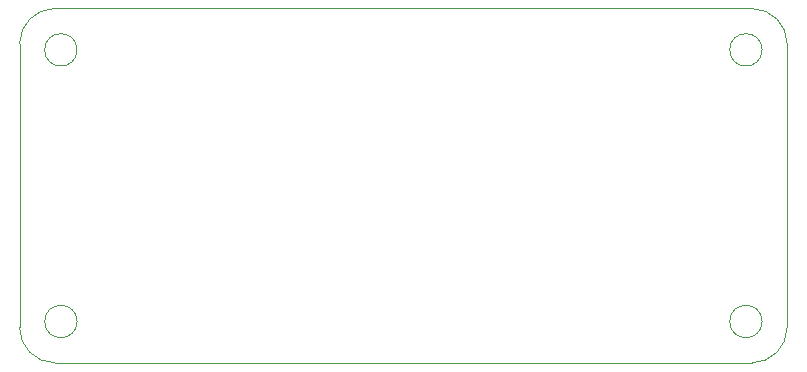
<source format=gbr>
G04 #@! TF.GenerationSoftware,KiCad,Pcbnew,(5.1.4-0-10_14)*
G04 #@! TF.CreationDate,2019-10-10T22:30:47+02:00*
G04 #@! TF.ProjectId,raspberry-to-caetla,72617370-6265-4727-9279-2d746f2d6361,1.0.8*
G04 #@! TF.SameCoordinates,Original*
G04 #@! TF.FileFunction,Profile,NP*
%FSLAX46Y46*%
G04 Gerber Fmt 4.6, Leading zero omitted, Abs format (unit mm)*
G04 Created by KiCad (PCBNEW (5.1.4-0-10_14)) date 2019-10-10 22:30:47*
%MOMM*%
%LPD*%
G04 APERTURE LIST*
%ADD10C,0.050000*%
G04 APERTURE END LIST*
D10*
X112870328Y-75500000D02*
G75*
G03X112870328Y-75500000I-1370328J0D01*
G01*
X112870328Y-52500000D02*
G75*
G03X112870328Y-52500000I-1370328J0D01*
G01*
X54870328Y-75500000D02*
G75*
G03X54870328Y-75500000I-1370328J0D01*
G01*
X54870328Y-52500000D02*
G75*
G03X54870328Y-52500000I-1370328J0D01*
G01*
X112000000Y-49000000D02*
G75*
G02X115000000Y-52000000I0J-3000000D01*
G01*
X115000000Y-76000000D02*
G75*
G02X112000000Y-79000000I-3000000J0D01*
G01*
X53000000Y-79000000D02*
G75*
G02X50000000Y-76000000I0J3000000D01*
G01*
X50000000Y-52000000D02*
G75*
G02X53000000Y-49000000I3000000J0D01*
G01*
X50000000Y-76000000D02*
X50000000Y-52000000D01*
X112000000Y-79000000D02*
X53000000Y-79000000D01*
X115000000Y-52000000D02*
X115000000Y-76000000D01*
X53000000Y-49000000D02*
X112000000Y-49000000D01*
M02*

</source>
